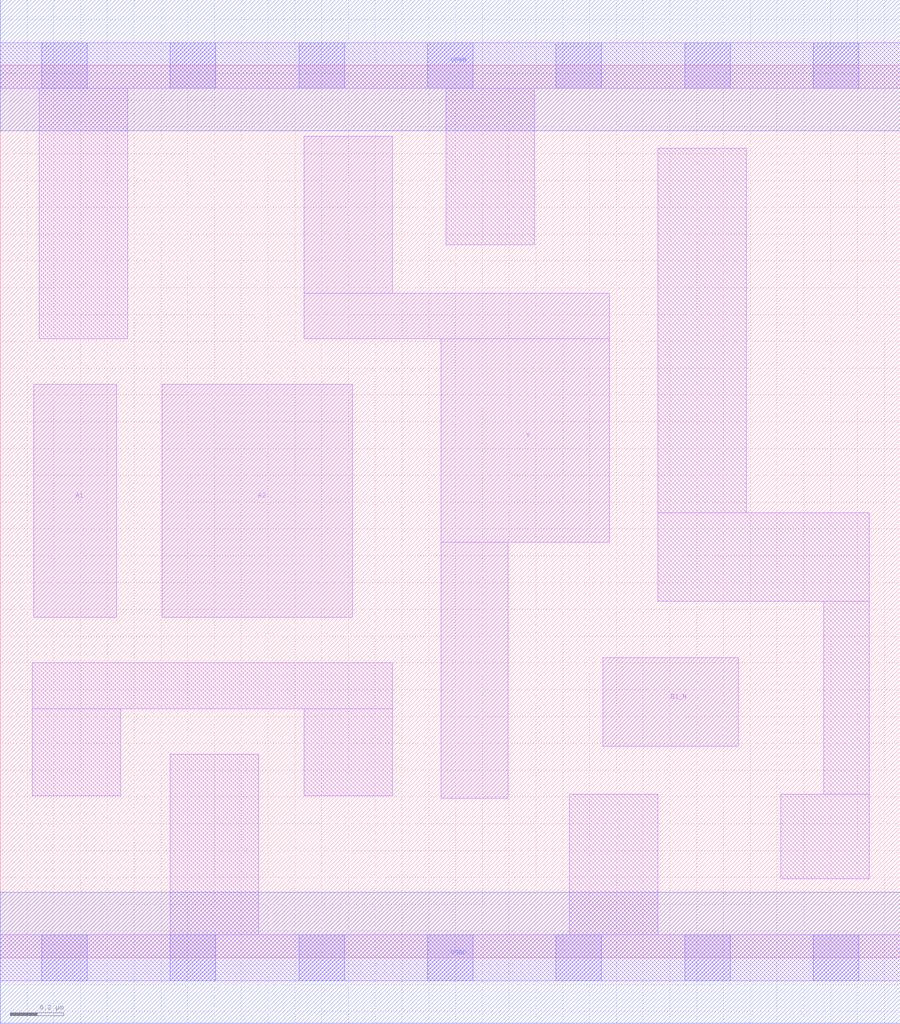
<source format=lef>
# Copyright 2020 The SkyWater PDK Authors
#
# Licensed under the Apache License, Version 2.0 (the "License");
# you may not use this file except in compliance with the License.
# You may obtain a copy of the License at
#
#     https://www.apache.org/licenses/LICENSE-2.0
#
# Unless required by applicable law or agreed to in writing, software
# distributed under the License is distributed on an "AS IS" BASIS,
# WITHOUT WARRANTIES OR CONDITIONS OF ANY KIND, either express or implied.
# See the License for the specific language governing permissions and
# limitations under the License.
#
# SPDX-License-Identifier: Apache-2.0

VERSION 5.7 ;
  NAMESCASESENSITIVE ON ;
  NOWIREEXTENSIONATPIN ON ;
  DIVIDERCHAR "/" ;
  BUSBITCHARS "[]" ;
UNITS
  DATABASE MICRONS 200 ;
END UNITS
MACRO sky130_fd_sc_lp__o21bai_lp
  CLASS CORE ;
  SOURCE USER ;
  FOREIGN sky130_fd_sc_lp__o21bai_lp ;
  ORIGIN  0.000000  0.000000 ;
  SIZE  3.360000 BY  3.330000 ;
  SYMMETRY X Y R90 ;
  SITE unit ;
  PIN A1
    ANTENNAGATEAREA  0.313000 ;
    DIRECTION INPUT ;
    USE SIGNAL ;
    PORT
      LAYER li1 ;
        RECT 0.125000 1.270000 0.435000 2.140000 ;
    END
  END A1
  PIN A2
    ANTENNAGATEAREA  0.313000 ;
    DIRECTION INPUT ;
    USE SIGNAL ;
    PORT
      LAYER li1 ;
        RECT 0.605000 1.270000 1.315000 2.140000 ;
    END
  END A2
  PIN B1_N
    ANTENNAGATEAREA  0.376000 ;
    DIRECTION INPUT ;
    USE SIGNAL ;
    PORT
      LAYER li1 ;
        RECT 2.250000 0.790000 2.755000 1.120000 ;
    END
  END B1_N
  PIN Y
    ANTENNADIFFAREA  0.399700 ;
    DIRECTION OUTPUT ;
    USE SIGNAL ;
    PORT
      LAYER li1 ;
        RECT 1.135000 2.310000 2.275000 2.480000 ;
        RECT 1.135000 2.480000 1.465000 3.065000 ;
        RECT 1.645000 0.595000 1.895000 1.550000 ;
        RECT 1.645000 1.550000 2.275000 2.310000 ;
    END
  END Y
  PIN VGND
    DIRECTION INOUT ;
    USE GROUND ;
    PORT
      LAYER met1 ;
        RECT 0.000000 -0.245000 3.360000 0.245000 ;
    END
  END VGND
  PIN VPWR
    DIRECTION INOUT ;
    USE POWER ;
    PORT
      LAYER met1 ;
        RECT 0.000000 3.085000 3.360000 3.575000 ;
    END
  END VPWR
  OBS
    LAYER li1 ;
      RECT 0.000000 -0.085000 3.360000 0.085000 ;
      RECT 0.000000  3.245000 3.360000 3.415000 ;
      RECT 0.120000  0.605000 0.450000 0.930000 ;
      RECT 0.120000  0.930000 1.465000 1.100000 ;
      RECT 0.145000  2.310000 0.475000 3.245000 ;
      RECT 0.635000  0.085000 0.965000 0.760000 ;
      RECT 1.135000  0.605000 1.465000 0.930000 ;
      RECT 1.665000  2.660000 1.995000 3.245000 ;
      RECT 2.125000  0.085000 2.455000 0.610000 ;
      RECT 2.455000  1.330000 3.245000 1.660000 ;
      RECT 2.455000  1.660000 2.785000 3.020000 ;
      RECT 2.915000  0.295000 3.245000 0.610000 ;
      RECT 3.075000  0.610000 3.245000 1.330000 ;
    LAYER mcon ;
      RECT 0.155000 -0.085000 0.325000 0.085000 ;
      RECT 0.155000  3.245000 0.325000 3.415000 ;
      RECT 0.635000 -0.085000 0.805000 0.085000 ;
      RECT 0.635000  3.245000 0.805000 3.415000 ;
      RECT 1.115000 -0.085000 1.285000 0.085000 ;
      RECT 1.115000  3.245000 1.285000 3.415000 ;
      RECT 1.595000 -0.085000 1.765000 0.085000 ;
      RECT 1.595000  3.245000 1.765000 3.415000 ;
      RECT 2.075000 -0.085000 2.245000 0.085000 ;
      RECT 2.075000  3.245000 2.245000 3.415000 ;
      RECT 2.555000 -0.085000 2.725000 0.085000 ;
      RECT 2.555000  3.245000 2.725000 3.415000 ;
      RECT 3.035000 -0.085000 3.205000 0.085000 ;
      RECT 3.035000  3.245000 3.205000 3.415000 ;
  END
END sky130_fd_sc_lp__o21bai_lp

</source>
